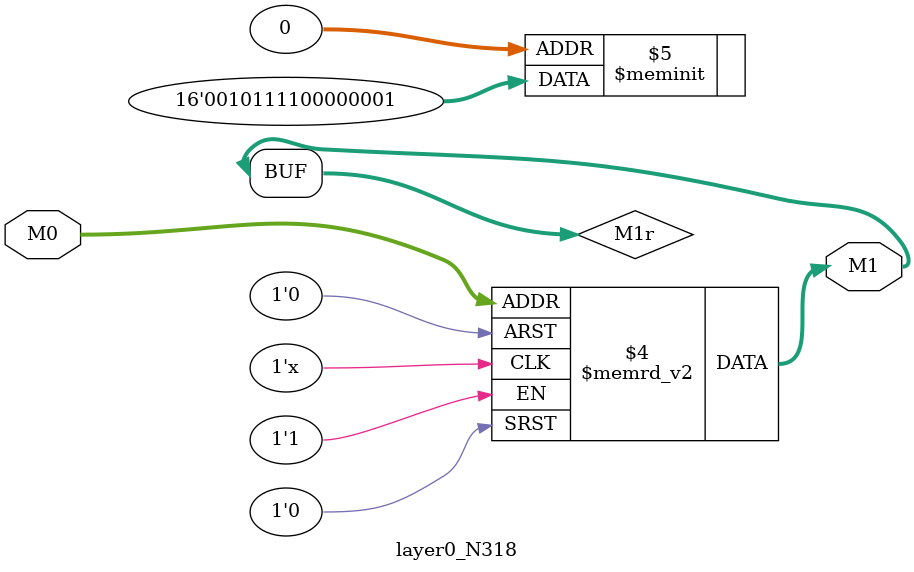
<source format=v>
module layer0_N318 ( input [2:0] M0, output [1:0] M1 );

	(*rom_style = "distributed" *) reg [1:0] M1r;
	assign M1 = M1r;
	always @ (M0) begin
		case (M0)
			3'b000: M1r = 2'b01;
			3'b100: M1r = 2'b11;
			3'b010: M1r = 2'b00;
			3'b110: M1r = 2'b10;
			3'b001: M1r = 2'b00;
			3'b101: M1r = 2'b11;
			3'b011: M1r = 2'b00;
			3'b111: M1r = 2'b00;

		endcase
	end
endmodule

</source>
